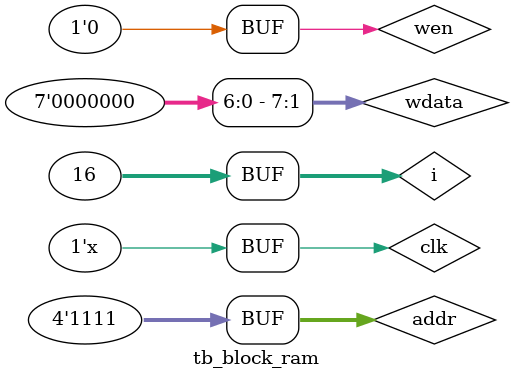
<source format=v>

`timescale 1ns / 1ns

module tb_block_ram;

// define ram parameter
localparam ADDR_WIDTH = 4;
localparam RAM_WIDTH = 8;
localparam RAM_DEPTH = 16;

integer i; // loop variable

// input
reg                   clk;
reg                   wen;
reg  [ADDR_WIDTH-1:0] addr;
reg  [RAM_WIDTH-1:0]  wdata;
// output
wire [RAM_WIDTH-1:0]  rdata;

block_ram #(.ADDR_WIDTH(ADDR_WIDTH),.RAM_WIDTH(RAM_WIDTH),.RAM_DEPTH(RAM_DEPTH)) dut(
    .clk    (clk),
    .wen    (wen),
    .addr   (addr),
    .wdata  (wdata),
    .rdata  (rdata)
);

always
    #5 clk = !clk;

//////////////////////////////////////////////////////////////////////////////////
// Test Bench
//////////////////////////////////////////////////////////////////////////////////
initial begin

    clk = 1'b0;

    // write data to the ram
    for (i = 0; i < RAM_DEPTH; i = i + 1) begin
        wen <= 1'b1; addr <= i; wdata <= $urandom; #10;
    end
    
    // read data from the ram
    for (i = 0; i < RAM_DEPTH; i = i + 1) begin
        wen <= 1'b0; addr <= i; #10;
    end
    
end

endmodule

</source>
